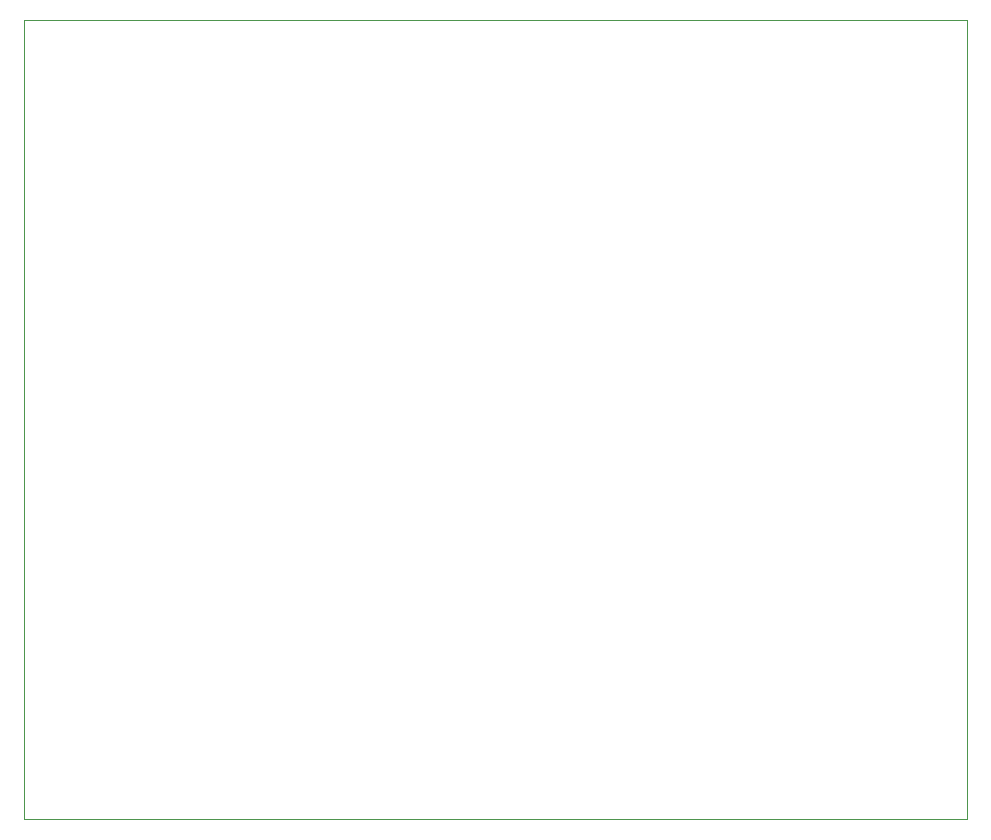
<source format=gbr>
%TF.GenerationSoftware,KiCad,Pcbnew,(6.0.1)*%
%TF.CreationDate,2022-02-13T21:33:51+08:00*%
%TF.ProjectId,PCB-1.0,5043422d-312e-4302-9e6b-696361645f70,rev?*%
%TF.SameCoordinates,Original*%
%TF.FileFunction,Profile,NP*%
%FSLAX46Y46*%
G04 Gerber Fmt 4.6, Leading zero omitted, Abs format (unit mm)*
G04 Created by KiCad (PCBNEW (6.0.1)) date 2022-02-13 21:33:51*
%MOMM*%
%LPD*%
G01*
G04 APERTURE LIST*
%TA.AperFunction,Profile*%
%ADD10C,0.100000*%
%TD*%
G04 APERTURE END LIST*
D10*
X87850000Y-68210000D02*
X167640000Y-68210000D01*
X167640000Y-68210000D02*
X167640000Y-135890000D01*
X167640000Y-135890000D02*
X87850000Y-135890000D01*
X87850000Y-135890000D02*
X87850000Y-68210000D01*
M02*

</source>
